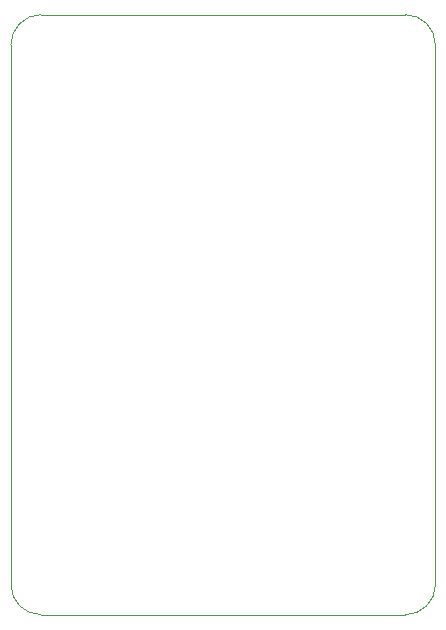
<source format=gbr>
G04 #@! TF.GenerationSoftware,KiCad,Pcbnew,5.1.4*
G04 #@! TF.CreationDate,2019-08-17T15:24:35+03:00*
G04 #@! TF.ProjectId,Clever_Light,436c6576-6572-45f4-9c69-6768742e6b69,rev?*
G04 #@! TF.SameCoordinates,PX6c473d0PY58e64d0*
G04 #@! TF.FileFunction,Profile,NP*
%FSLAX46Y46*%
G04 Gerber Fmt 4.6, Leading zero omitted, Abs format (unit mm)*
G04 Created by KiCad (PCBNEW 5.1.4) date 2019-08-17 15:24:35*
%MOMM*%
%LPD*%
G04 APERTURE LIST*
%ADD10C,0.050000*%
G04 APERTURE END LIST*
D10*
X0Y48260000D02*
X30861000Y48260000D01*
X33401000Y45720000D02*
X33401000Y0D01*
X-2540000Y45720000D02*
X-2540000Y0D01*
X0Y-2540000D02*
X30861000Y-2540000D01*
X-2540000Y45720000D02*
G75*
G02X0Y48260000I2540000J0D01*
G01*
X0Y-2540000D02*
G75*
G02X-2540000Y0I0J2540000D01*
G01*
X33401000Y0D02*
G75*
G02X30861000Y-2540000I-2540000J0D01*
G01*
X30861000Y48260000D02*
G75*
G02X33401000Y45720000I0J-2540000D01*
G01*
M02*

</source>
